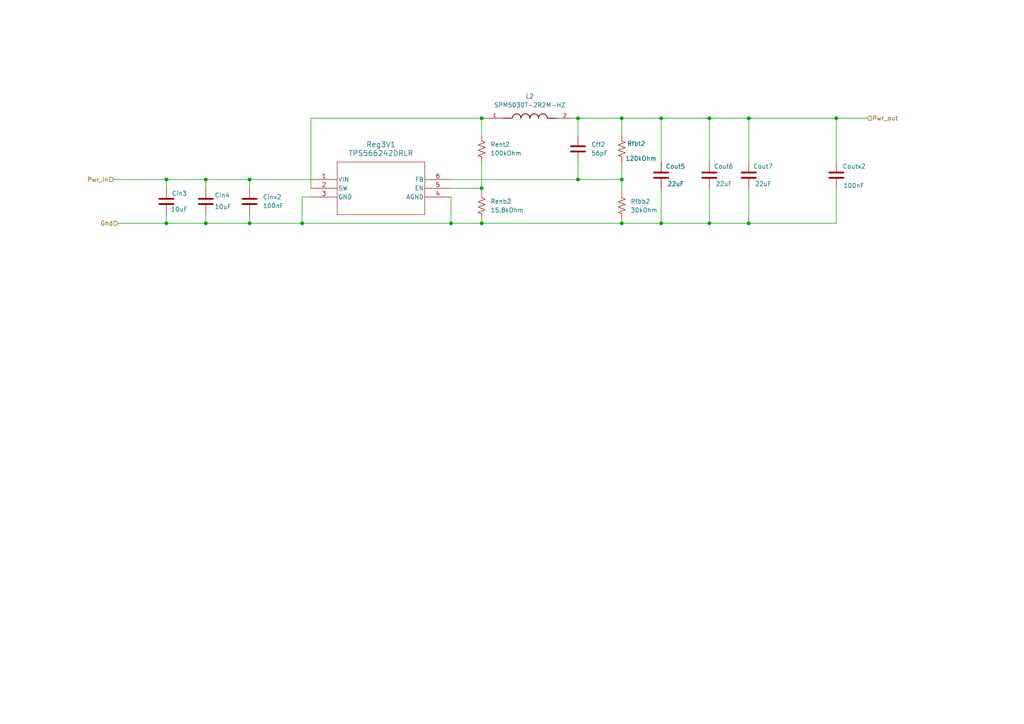
<source format=kicad_sch>
(kicad_sch (version 20231120) (generator "eeschema") (generator_version "8.0")
  (paper "A4")
  (lib_symbols
    (symbol "2025-03-05_03-11-59:TPS566242DRLR" (pin_names (offset 0.254))
      (property "Reference" "U" (at 20.32 10.16 0))
      (property "Value" "TPS566242DRLR" (at 20.32 7.62 0))
      (symbol "TPS566242DRLR_0_1"
        (polyline (pts (xy 7.62 -10.16) (xy 33.02 -10.16)) (stroke (width 0.127)))
        (polyline (pts (xy 7.62 5.08) (xy 7.62 -10.16)) (stroke (width 0.127)))
        (polyline (pts (xy 33.02 -10.16) (xy 33.02 5.08)) (stroke (width 0.127)))
        (polyline (pts (xy 33.02 5.08) (xy 7.62 5.08)) (stroke (width 0.127)))
        (pin input line (at 0 0 0) (length 7.62) (name "VIN") (number "1"))
        (pin output line (at 0 -2.54 0) (length 7.62) (name "SW") (number "2"))
        (pin power_out line (at 0 -5.08 0) (length 7.62) (name "GND") (number "3"))
        (pin power_out line (at 40.64 -5.08 180) (length 7.62) (name "AGND") (number "4"))
        (pin input line (at 40.64 -2.54 180) (length 7.62) (name "EN") (number "5"))
        (pin input line (at 40.64 0 180) (length 7.62) (name "FB") (number "6"))
      )
    )
    (symbol "Device:C" (pin_numbers hide) (pin_names (offset 0.254))
      (property "Reference" "C" (at 0.635 2.54 0))
      (property "Value" "C" (at 0.635 -2.54 0))
      (symbol "C_0_1"
        (polyline (pts (xy -2.032 -0.762) (xy 2.032 -0.762)) (stroke (width 0.508)))
        (polyline (pts (xy -2.032 0.762) (xy 2.032 0.762)) (stroke (width 0.508)))
      )
      (symbol "C_1_1"
        (pin passive line (at 0 3.81 270) (length 2.794) (name "~") (number "1"))
        (pin passive line (at 0 -3.81 90) (length 2.794) (name "~") (number "2"))
      )
    )
    (symbol "Device:R_US" (pin_numbers hide) (pin_names (offset 0))
      (property "Reference" "R" (at 2.54 0 90))
      (property "Value" "R_US" (at -2.54 0 90))
      (symbol "R_US_0_1"
        (polyline (pts (xy 0 -2.286) (xy 0 -2.54)))
        (polyline (pts (xy 0 2.286) (xy 0 2.54)))
        (polyline (pts (xy 0 -0.762) (xy 1.016 -1.143) (xy 0 -1.524) (xy -1.016 -1.905) (xy 0 -2.286)))
        (polyline (pts (xy 0 0.762) (xy 1.016 0.381) (xy 0 0) (xy -1.016 -0.381) (xy 0 -0.762)))
        (polyline (pts (xy 0 2.286) (xy 1.016 1.905) (xy 0 1.524) (xy -1.016 1.143) (xy 0 0.762)))
      )
      (symbol "R_US_1_1"
        (pin passive line (at 0 3.81 270) (length 1.27) (name "~") (number "1"))
        (pin passive line (at 0 -3.81 90) (length 1.27) (name "~") (number "2"))
      )
    )
    (symbol "SPM5030T-2R2M-HZ:SPM5030T-2R2M-HZ" (pin_names (offset 1.016))
      (property "Reference" "L" (at -10.16 5.08 0))
      (property "Value" "SPM5030T-2R2M-HZ" (at -10.16 -5.08 0))
      (symbol "SPM5030T-2R2M-HZ_0_0"
        (arc (start -2.54 0) (mid -3.81 1.2645) (end -5.08 0) (stroke (width 0.254)))
        (arc (start 0 0) (mid -1.27 1.2645) (end -2.54 0) (stroke (width 0.254)))
        (polyline (pts (xy -5.08 0) (xy -7.62 0)) (stroke (width 0.254)))
        (polyline (pts (xy 5.08 0) (xy 7.62 0)) (stroke (width 0.254)))
        (arc (start 2.54 0) (mid 1.27 1.2645) (end 0 0) (stroke (width 0.254)))
        (arc (start 5.08 0) (mid 3.81 1.2645) (end 2.54 0) (stroke (width 0.254)))
        (pin passive line (at -12.7 0 0) (length 5.08) (name "~") (number "1"))
        (pin passive line (at 12.7 0 180) (length 5.08) (name "~") (number "2"))
      )
    )
  )
  (junction (at 59.69 64.77))
  (junction (at 87.63 64.77))
  (junction (at 167.64 34.29))
  (junction (at 130.81 64.77))
  (junction (at 217.17 34.29))
  (junction (at 48.26 52.07))
  (junction (at 139.7 34.29))
  (junction (at 139.7 64.77))
  (junction (at 48.26 64.77))
  (junction (at 191.77 34.29))
  (junction (at 205.74 34.29))
  (junction (at 180.34 64.77))
  (junction (at 180.34 52.07))
  (junction (at 139.7 54.61))
  (junction (at 180.34 34.29))
  (junction (at 217.17 64.77))
  (junction (at 205.74 64.77))
  (junction (at 72.39 52.07))
  (junction (at 167.64 52.07))
  (junction (at 59.69 52.07))
  (junction (at 72.39 64.77))
  (junction (at 191.77 64.77))
  (junction (at 242.57 34.29))
  (wire (pts (xy 180.34 46.99) (xy 180.34 52.07)))
  (wire (pts (xy 48.26 52.07) (xy 59.69 52.07)))
  (wire (pts (xy 180.34 52.07) (xy 180.34 55.88)))
  (wire (pts (xy 242.57 54.61) (xy 242.57 64.77)))
  (wire (pts (xy 217.17 34.29) (xy 217.17 46.99)))
  (wire (pts (xy 48.26 62.23) (xy 48.26 64.77)))
  (wire (pts (xy 191.77 54.61) (xy 191.77 64.77)))
  (wire (pts (xy 72.39 64.77) (xy 87.63 64.77)))
  (wire (pts (xy 167.64 34.29) (xy 166.37 34.29)))
  (wire (pts (xy 205.74 34.29) (xy 217.17 34.29)))
  (wire (pts (xy 139.7 64.77) (xy 180.34 64.77)))
  (wire (pts (xy 167.64 34.29) (xy 167.64 39.37)))
  (wire (pts (xy 180.34 34.29) (xy 191.77 34.29)))
  (wire (pts (xy 139.7 34.29) (xy 90.17 34.29)))
  (wire (pts (xy 139.7 54.61) (xy 139.7 55.88)))
  (wire (pts (xy 130.81 52.07) (xy 167.64 52.07)))
  (wire (pts (xy 48.26 52.07) (xy 48.26 54.61)))
  (wire (pts (xy 34.29 64.77) (xy 48.26 64.77)))
  (wire (pts (xy 139.7 63.5) (xy 139.7 64.77)))
  (wire (pts (xy 87.63 57.15) (xy 90.17 57.15)))
  (wire (pts (xy 191.77 34.29) (xy 205.74 34.29)))
  (wire (pts (xy 59.69 62.23) (xy 59.69 64.77)))
  (wire (pts (xy 180.34 63.5) (xy 180.34 64.77)))
  (wire (pts (xy 167.64 34.29) (xy 180.34 34.29)))
  (wire (pts (xy 205.74 34.29) (xy 205.74 46.99)))
  (wire (pts (xy 217.17 64.77) (xy 242.57 64.77)))
  (wire (pts (xy 205.74 64.77) (xy 191.77 64.77)))
  (wire (pts (xy 72.39 52.07) (xy 90.17 52.07)))
  (wire (pts (xy 59.69 52.07) (xy 72.39 52.07)))
  (wire (pts (xy 180.34 34.29) (xy 180.34 39.37)))
  (wire (pts (xy 217.17 54.61) (xy 217.17 64.77)))
  (wire (pts (xy 33.02 52.07) (xy 48.26 52.07)))
  (wire (pts (xy 242.57 34.29) (xy 242.57 46.99)))
  (wire (pts (xy 72.39 62.23) (xy 72.39 64.77)))
  (wire (pts (xy 59.69 64.77) (xy 72.39 64.77)))
  (wire (pts (xy 130.81 64.77) (xy 87.63 64.77)))
  (wire (pts (xy 180.34 64.77) (xy 191.77 64.77)))
  (wire (pts (xy 180.34 52.07) (xy 167.64 52.07)))
  (wire (pts (xy 205.74 54.61) (xy 205.74 64.77)))
  (wire (pts (xy 139.7 34.29) (xy 140.97 34.29)))
  (wire (pts (xy 130.81 57.15) (xy 130.81 64.77)))
  (wire (pts (xy 191.77 34.29) (xy 191.77 46.99)))
  (wire (pts (xy 130.81 64.77) (xy 139.7 64.77)))
  (wire (pts (xy 139.7 46.99) (xy 139.7 54.61)))
  (wire (pts (xy 242.57 34.29) (xy 251.46 34.29)))
  (wire (pts (xy 217.17 34.29) (xy 242.57 34.29)))
  (wire (pts (xy 90.17 34.29) (xy 90.17 54.61)))
  (wire (pts (xy 72.39 52.07) (xy 72.39 54.61)))
  (wire (pts (xy 48.26 64.77) (xy 59.69 64.77)))
  (wire (pts (xy 59.69 52.07) (xy 59.69 54.61)))
  (wire (pts (xy 167.64 46.99) (xy 167.64 52.07)))
  (wire (pts (xy 139.7 34.29) (xy 139.7 39.37)))
  (wire (pts (xy 87.63 64.77) (xy 87.63 57.15)))
  (wire (pts (xy 217.17 64.77) (xy 205.74 64.77)))
  (wire (pts (xy 130.81 54.61) (xy 139.7 54.61)))
  (hierarchical_label "Pwr_out" (shape input) (at 251.46 34.29 0))
  (hierarchical_label "Pwr_in" (shape input) (at 33.02 52.07 180))
  (hierarchical_label "Gnd" (shape input) (at 34.29 64.77 180))
  (symbol (lib_id "2025-03-05_03-11-59:TPS566242DRLR") (at 90.17 52.07 0) (unit 1)
    (property "Reference" "Reg3V1" (at 110.49 41.91 0) (effects (font (size 1.524 1.524))))
    (property "Value" "TPS566242DRLR" (at 110.49 44.45 0) (effects (font (size 1.524 1.524))))
    (property "Footprint" "CustomLibrary:SOT5x3_DRL_TEX" (effects (hide yes)))
    (property "Datasheet" "TPS566242DRLR" (effects (hide yes)))
  )
  (symbol (lib_id "Device:C") (at 59.69 58.42 0) (unit 1)
    (property "Reference" "Cin4" (at 62.23 56.642 0) (effects (justify left)))
    (property "Value" "10uF" (at 62.23 59.944 0) (effects (justify left)))
    (property "Footprint" "Capacitor_SMD:C_0805_2012Metric_Pad1.18x1.45mm_HandSolder" (effects (hide yes)))
    (property "Description" "Unpolarized capacitor" (effects (hide yes)))
  )
  (symbol (lib_id "Device:C") (at 242.57 50.8 0) (unit 1)
    (property "Reference" "Coutx2" (at 244.348 48.26 0) (effects (justify left)))
    (property "Value" "100nF" (at 244.602 53.848 0) (effects (justify left)))
    (property "Footprint" "Capacitor_SMD:C_0805_2012Metric_Pad1.18x1.45mm_HandSolder" (effects (hide yes)))
    (property "Description" "Unpolarized capacitor" (effects (hide yes)))
  )
  (symbol (lib_id "Device:C") (at 205.74 50.8 0) (unit 1)
    (property "Reference" "Cout6" (at 207.01 48.26 0) (effects (justify left)))
    (property "Value" "22uF" (at 207.518 53.34 0) (effects (justify left)))
    (property "Footprint" "Capacitor_SMD:C_0805_2012Metric_Pad1.18x1.45mm_HandSolder" (effects (hide yes)))
    (property "Description" "Unpolarized capacitor" (effects (hide yes)))
  )
  (symbol (lib_id "Device:C") (at 48.26 58.42 0) (unit 1)
    (property "Reference" "Cin3" (at 49.784 56.134 0) (effects (justify left)))
    (property "Value" "10uF" (at 49.53 60.706 0) (effects (justify left)))
    (property "Footprint" "Capacitor_SMD:C_0805_2012Metric_Pad1.18x1.45mm_HandSolder" (effects (hide yes)))
    (property "Description" "Unpolarized capacitor" (effects (hide yes)))
  )
  (symbol (lib_id "SPM5030T-2R2M-HZ:SPM5030T-2R2M-HZ") (at 153.67 34.29 0) (unit 1)
    (property "Reference" "L2" (at 153.67 27.94 0))
    (property "Value" "SPM5030T-2R2M-HZ" (at 153.67 30.48 0))
    (property "Footprint" "CustomLibrary:IND_SPM5030T-2R2M-HZ" (effects (hide yes)))
    (property "MF" "TDK" (effects (hide yes)))
    (property "MAXIMUM_PACKAGE_HEIGHT" "3.0 mm" (effects (hide yes)))
    (property "Package" "NON STANDARD-2 TDK" (effects (hide yes)))
    (property "Price" "None" (effects (hide yes)))
    (property "Check_prices" "https://www.snapeda.com/parts/SPM5030T-2R2M-HZ/TDK/view-part/?ref=eda" (effects (hide yes)))
    (property "STANDARD" "Manufacturer Recommendations" (effects (hide yes)))
    (property "PARTREV" "20210423" (effects (hide yes)))
    (property "SnapEDA_Link" "https://www.snapeda.com/parts/SPM5030T-2R2M-HZ/TDK/view-part/?ref=snap" (effects (hide yes)))
    (property "MP" "SPM5030T-2R2M-HZ" (effects (hide yes)))
    (property "Description_1" "\n                        \n                            Inductor Power Shielded Wirewound 2.2uH 20% 100KHz Metal 8.5A 0.0213Ohm DCR Automotive T/R\n                        \n" (effects (hide yes)))
    (property "Availability" "In Stock" (effects (hide yes)))
    (property "MANUFACTURER" "TDK" (effects (hide yes)))
  )
  (symbol (lib_id "Device:R_US") (at 139.7 59.69 0) (unit 1)
    (property "Reference" "Renb2" (at 142.24 58.4199 0) (effects (justify left)))
    (property "Value" "15.8kOhm" (at 142.24 60.9599 0) (effects (justify left)))
    (property "Footprint" "Resistor_SMD:R_0805_2012Metric_Pad1.20x1.40mm_HandSolder" (effects (hide yes)))
    (property "Description" "Resistor, US symbol" (effects (hide yes)))
  )
  (symbol (lib_id "Device:C") (at 191.77 50.8 0) (unit 1)
    (property "Reference" "Cout5" (at 193.04 48.26 0) (effects (justify left)))
    (property "Value" "22uF" (at 193.548 53.34 0) (effects (justify left)))
    (property "Footprint" "Capacitor_SMD:C_0805_2012Metric_Pad1.18x1.45mm_HandSolder" (effects (hide yes)))
    (property "Description" "Unpolarized capacitor" (effects (hide yes)))
  )
  (symbol (lib_id "Device:R_US") (at 180.34 43.18 0) (unit 1)
    (property "Reference" "Rfbt2" (at 181.864 41.656 0) (effects (justify left)))
    (property "Value" "120kOhm" (at 181.356 45.974 0) (effects (justify left)))
    (property "Footprint" "Resistor_SMD:R_0805_2012Metric_Pad1.20x1.40mm_HandSolder" (effects (hide yes)))
    (property "Description" "Resistor, US symbol" (effects (hide yes)))
  )
  (symbol (lib_id "Device:C") (at 72.39 58.42 0) (unit 1)
    (property "Reference" "Cinx2" (at 76.2 57.1499 0) (effects (justify left)))
    (property "Value" "100nF" (at 76.2 59.6899 0) (effects (justify left)))
    (property "Footprint" "Capacitor_SMD:C_0805_2012Metric_Pad1.18x1.45mm_HandSolder" (effects (hide yes)))
    (property "Description" "Unpolarized capacitor" (effects (hide yes)))
  )
  (symbol (lib_id "Device:C") (at 167.64 43.18 0) (unit 1)
    (property "Reference" "Cff2" (at 171.45 41.9099 0) (effects (justify left)))
    (property "Value" "56pF" (at 171.45 44.4499 0) (effects (justify left)))
    (property "Footprint" "Capacitor_SMD:C_0805_2012Metric_Pad1.18x1.45mm_HandSolder" (effects (hide yes)))
    (property "Description" "Unpolarized capacitor" (effects (hide yes)))
  )
  (symbol (lib_id "Device:C") (at 217.17 50.8 0) (unit 1)
    (property "Reference" "Cout7" (at 218.44 48.26 0) (effects (justify left)))
    (property "Value" "22uF" (at 218.948 53.34 0) (effects (justify left)))
    (property "Footprint" "Capacitor_SMD:C_0805_2012Metric_Pad1.18x1.45mm_HandSolder" (effects (hide yes)))
    (property "Description" "Unpolarized capacitor" (effects (hide yes)))
  )
  (symbol (lib_id "Device:R_US") (at 139.7 43.18 0) (unit 1)
    (property "Reference" "Rent2" (at 142.24 41.9099 0) (effects (justify left)))
    (property "Value" "100kOhm" (at 142.24 44.4499 0) (effects (justify left)))
    (property "Footprint" "Resistor_SMD:R_0805_2012Metric_Pad1.20x1.40mm_HandSolder" (effects (hide yes)))
    (property "Description" "Resistor, US symbol" (effects (hide yes)))
  )
  (symbol (lib_id "Device:R_US") (at 180.34 59.69 0) (unit 1)
    (property "Reference" "Rfbb2" (at 182.88 58.4199 0) (effects (justify left)))
    (property "Value" "30kOhm" (at 182.88 60.9599 0) (effects (justify left)))
    (property "Footprint" "Resistor_SMD:R_0805_2012Metric_Pad1.20x1.40mm_HandSolder" (effects (hide yes)))
    (property "Description" "Resistor, US symbol" (effects (hide yes)))
  )
)
</source>
